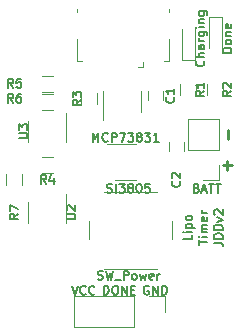
<source format=gto>
G04 #@! TF.FileFunction,Legend,Top*
%FSLAX46Y46*%
G04 Gerber Fmt 4.6, Leading zero omitted, Abs format (unit mm)*
G04 Created by KiCad (PCBNEW 4.0.7) date 04/30/18 22:22:12*
%MOMM*%
%LPD*%
G01*
G04 APERTURE LIST*
%ADD10C,0.100000*%
%ADD11C,0.250000*%
%ADD12C,0.180000*%
%ADD13C,0.120000*%
G04 APERTURE END LIST*
D10*
D11*
X33853429Y-25273048D02*
X33853429Y-26034953D01*
X34162952Y-28265429D02*
X33401047Y-28265429D01*
X33781999Y-28646381D02*
X33781999Y-27884476D01*
D12*
X30784286Y-34153000D02*
X30784286Y-34510143D01*
X30034286Y-34510143D01*
X30784286Y-33903000D02*
X30284286Y-33903000D01*
X30034286Y-33903000D02*
X30070000Y-33938714D01*
X30105714Y-33903000D01*
X30070000Y-33867285D01*
X30034286Y-33903000D01*
X30105714Y-33903000D01*
X30284286Y-33545857D02*
X31034286Y-33545857D01*
X30320000Y-33545857D02*
X30284286Y-33474428D01*
X30284286Y-33331571D01*
X30320000Y-33260142D01*
X30355714Y-33224428D01*
X30427143Y-33188714D01*
X30641429Y-33188714D01*
X30712857Y-33224428D01*
X30748571Y-33260142D01*
X30784286Y-33331571D01*
X30784286Y-33474428D01*
X30748571Y-33545857D01*
X30784286Y-32760143D02*
X30748571Y-32831571D01*
X30712857Y-32867286D01*
X30641429Y-32903000D01*
X30427143Y-32903000D01*
X30355714Y-32867286D01*
X30320000Y-32831571D01*
X30284286Y-32760143D01*
X30284286Y-32653000D01*
X30320000Y-32581571D01*
X30355714Y-32545857D01*
X30427143Y-32510143D01*
X30641429Y-32510143D01*
X30712857Y-32545857D01*
X30748571Y-32581571D01*
X30784286Y-32653000D01*
X30784286Y-32760143D01*
X31339286Y-34974428D02*
X31339286Y-34545857D01*
X32089286Y-34760143D02*
X31339286Y-34760143D01*
X32089286Y-34295857D02*
X31589286Y-34295857D01*
X31339286Y-34295857D02*
X31375000Y-34331571D01*
X31410714Y-34295857D01*
X31375000Y-34260142D01*
X31339286Y-34295857D01*
X31410714Y-34295857D01*
X32089286Y-33938714D02*
X31589286Y-33938714D01*
X31660714Y-33938714D02*
X31625000Y-33902999D01*
X31589286Y-33831571D01*
X31589286Y-33724428D01*
X31625000Y-33652999D01*
X31696429Y-33617285D01*
X32089286Y-33617285D01*
X31696429Y-33617285D02*
X31625000Y-33581571D01*
X31589286Y-33510142D01*
X31589286Y-33402999D01*
X31625000Y-33331571D01*
X31696429Y-33295856D01*
X32089286Y-33295856D01*
X32053571Y-32652999D02*
X32089286Y-32724428D01*
X32089286Y-32867285D01*
X32053571Y-32938714D01*
X31982143Y-32974428D01*
X31696429Y-32974428D01*
X31625000Y-32938714D01*
X31589286Y-32867285D01*
X31589286Y-32724428D01*
X31625000Y-32652999D01*
X31696429Y-32617285D01*
X31767857Y-32617285D01*
X31839286Y-32974428D01*
X32089286Y-32295857D02*
X31589286Y-32295857D01*
X31732143Y-32295857D02*
X31660714Y-32260142D01*
X31625000Y-32224428D01*
X31589286Y-32152999D01*
X31589286Y-32081571D01*
X32644286Y-34813715D02*
X33180000Y-34813715D01*
X33287143Y-34849429D01*
X33358571Y-34920858D01*
X33394286Y-35028001D01*
X33394286Y-35099429D01*
X33394286Y-34456572D02*
X32644286Y-34456572D01*
X32644286Y-34278000D01*
X32680000Y-34170857D01*
X32751429Y-34099429D01*
X32822857Y-34063714D01*
X32965714Y-34028000D01*
X33072857Y-34028000D01*
X33215714Y-34063714D01*
X33287143Y-34099429D01*
X33358571Y-34170857D01*
X33394286Y-34278000D01*
X33394286Y-34456572D01*
X33394286Y-33706572D02*
X32644286Y-33706572D01*
X32644286Y-33528000D01*
X32680000Y-33420857D01*
X32751429Y-33349429D01*
X32822857Y-33313714D01*
X32965714Y-33278000D01*
X33072857Y-33278000D01*
X33215714Y-33313714D01*
X33287143Y-33349429D01*
X33358571Y-33420857D01*
X33394286Y-33528000D01*
X33394286Y-33706572D01*
X32894286Y-33028000D02*
X33394286Y-32849429D01*
X32894286Y-32670857D01*
X32715714Y-32420857D02*
X32680000Y-32385143D01*
X32644286Y-32313714D01*
X32644286Y-32135143D01*
X32680000Y-32063714D01*
X32715714Y-32028000D01*
X32787143Y-31992285D01*
X32858571Y-31992285D01*
X32965714Y-32028000D01*
X33394286Y-32456571D01*
X33394286Y-31992285D01*
X27114572Y-38487000D02*
X27043143Y-38451286D01*
X26936000Y-38451286D01*
X26828857Y-38487000D01*
X26757429Y-38558429D01*
X26721714Y-38629857D01*
X26686000Y-38772714D01*
X26686000Y-38879857D01*
X26721714Y-39022714D01*
X26757429Y-39094143D01*
X26828857Y-39165571D01*
X26936000Y-39201286D01*
X27007429Y-39201286D01*
X27114572Y-39165571D01*
X27150286Y-39129857D01*
X27150286Y-38879857D01*
X27007429Y-38879857D01*
X27471714Y-39201286D02*
X27471714Y-38451286D01*
X27900286Y-39201286D01*
X27900286Y-38451286D01*
X28257428Y-39201286D02*
X28257428Y-38451286D01*
X28436000Y-38451286D01*
X28543143Y-38487000D01*
X28614571Y-38558429D01*
X28650286Y-38629857D01*
X28686000Y-38772714D01*
X28686000Y-38879857D01*
X28650286Y-39022714D01*
X28614571Y-39094143D01*
X28543143Y-39165571D01*
X28436000Y-39201286D01*
X28257428Y-39201286D01*
X23316572Y-39201286D02*
X23316572Y-38451286D01*
X23495144Y-38451286D01*
X23602287Y-38487000D01*
X23673715Y-38558429D01*
X23709430Y-38629857D01*
X23745144Y-38772714D01*
X23745144Y-38879857D01*
X23709430Y-39022714D01*
X23673715Y-39094143D01*
X23602287Y-39165571D01*
X23495144Y-39201286D01*
X23316572Y-39201286D01*
X24209430Y-38451286D02*
X24352287Y-38451286D01*
X24423715Y-38487000D01*
X24495144Y-38558429D01*
X24530858Y-38701286D01*
X24530858Y-38951286D01*
X24495144Y-39094143D01*
X24423715Y-39165571D01*
X24352287Y-39201286D01*
X24209430Y-39201286D01*
X24138001Y-39165571D01*
X24066572Y-39094143D01*
X24030858Y-38951286D01*
X24030858Y-38701286D01*
X24066572Y-38558429D01*
X24138001Y-38487000D01*
X24209430Y-38451286D01*
X24852286Y-39201286D02*
X24852286Y-38451286D01*
X25280858Y-39201286D01*
X25280858Y-38451286D01*
X25638000Y-38808429D02*
X25888000Y-38808429D01*
X25995143Y-39201286D02*
X25638000Y-39201286D01*
X25638000Y-38451286D01*
X25995143Y-38451286D01*
X20590001Y-38451286D02*
X20840001Y-39201286D01*
X21090001Y-38451286D01*
X21768572Y-39129857D02*
X21732858Y-39165571D01*
X21625715Y-39201286D01*
X21554286Y-39201286D01*
X21447143Y-39165571D01*
X21375715Y-39094143D01*
X21340000Y-39022714D01*
X21304286Y-38879857D01*
X21304286Y-38772714D01*
X21340000Y-38629857D01*
X21375715Y-38558429D01*
X21447143Y-38487000D01*
X21554286Y-38451286D01*
X21625715Y-38451286D01*
X21732858Y-38487000D01*
X21768572Y-38522714D01*
X22518572Y-39129857D02*
X22482858Y-39165571D01*
X22375715Y-39201286D01*
X22304286Y-39201286D01*
X22197143Y-39165571D01*
X22125715Y-39094143D01*
X22090000Y-39022714D01*
X22054286Y-38879857D01*
X22054286Y-38772714D01*
X22090000Y-38629857D01*
X22125715Y-38558429D01*
X22197143Y-38487000D01*
X22304286Y-38451286D01*
X22375715Y-38451286D01*
X22482858Y-38487000D01*
X22518572Y-38522714D01*
D13*
X27086000Y-22702000D02*
X27086000Y-22002000D01*
X28286000Y-22002000D02*
X28286000Y-22702000D01*
X28864000Y-27020000D02*
X28864000Y-26320000D01*
X30064000Y-26320000D02*
X30064000Y-27020000D01*
X29930000Y-19326000D02*
X31030000Y-19326000D01*
X31030000Y-19326000D02*
X31030000Y-16726000D01*
X29930000Y-19326000D02*
X29930000Y-16726000D01*
X33316000Y-15726000D02*
X32216000Y-15726000D01*
X32216000Y-15726000D02*
X32216000Y-18326000D01*
X33316000Y-15726000D02*
X33316000Y-18326000D01*
X26502000Y-23760000D02*
X26502000Y-21960000D01*
X23282000Y-21960000D02*
X23282000Y-24410000D01*
X28856000Y-19414000D02*
X28406000Y-19414000D01*
X28856000Y-17564000D02*
X28856000Y-19414000D01*
X21056000Y-15014000D02*
X21056000Y-15264000D01*
X28856000Y-15014000D02*
X28856000Y-15264000D01*
X21056000Y-17564000D02*
X21056000Y-19414000D01*
X21056000Y-19414000D02*
X21506000Y-19414000D01*
X26656000Y-19964000D02*
X26206000Y-19964000D01*
X26656000Y-19964000D02*
X26656000Y-19514000D01*
X31160000Y-21344000D02*
X31160000Y-22344000D01*
X29800000Y-22344000D02*
X29800000Y-21344000D01*
X33446000Y-21344000D02*
X33446000Y-22344000D01*
X32086000Y-22344000D02*
X32086000Y-21344000D01*
X22778000Y-22106000D02*
X22778000Y-23106000D01*
X21418000Y-23106000D02*
X21418000Y-22106000D01*
X19042000Y-28874000D02*
X18042000Y-28874000D01*
X18042000Y-27514000D02*
X19042000Y-27514000D01*
X18042000Y-20656000D02*
X19042000Y-20656000D01*
X19042000Y-22016000D02*
X18042000Y-22016000D01*
X18042000Y-22180000D02*
X19042000Y-22180000D01*
X19042000Y-23540000D02*
X18042000Y-23540000D01*
X16428000Y-28964000D02*
X16428000Y-29964000D01*
X15068000Y-29964000D02*
X15068000Y-28964000D01*
X24266000Y-29500000D02*
X26026000Y-29500000D01*
X26026000Y-26430000D02*
X23596000Y-26430000D01*
X16932000Y-31358000D02*
X16932000Y-33158000D01*
X20152000Y-33158000D02*
X20152000Y-30708000D01*
X20768000Y-39310000D02*
X20768000Y-41970000D01*
X25908000Y-39310000D02*
X20768000Y-39310000D01*
X25908000Y-41970000D02*
X20768000Y-41970000D01*
X25908000Y-39310000D02*
X25908000Y-41970000D01*
X27178000Y-39310000D02*
X28508000Y-39310000D01*
X28508000Y-39310000D02*
X28508000Y-40640000D01*
X23352000Y-36996000D02*
X27852000Y-36996000D01*
X22102000Y-32996000D02*
X22102000Y-34496000D01*
X27852000Y-30496000D02*
X23352000Y-30496000D01*
X29102000Y-34496000D02*
X29102000Y-32996000D01*
X16932000Y-24500000D02*
X16932000Y-26300000D01*
X20152000Y-26300000D02*
X20152000Y-23850000D01*
X33080000Y-24324000D02*
X30420000Y-24324000D01*
X33080000Y-26924000D02*
X33080000Y-24324000D01*
X30420000Y-26924000D02*
X30420000Y-24324000D01*
X33080000Y-26924000D02*
X30420000Y-26924000D01*
X33080000Y-28194000D02*
X33080000Y-29524000D01*
X33080000Y-29524000D02*
X31750000Y-29524000D01*
D12*
X29223857Y-22477000D02*
X29259571Y-22512714D01*
X29295286Y-22619857D01*
X29295286Y-22691286D01*
X29259571Y-22798429D01*
X29188143Y-22869857D01*
X29116714Y-22905572D01*
X28973857Y-22941286D01*
X28866714Y-22941286D01*
X28723857Y-22905572D01*
X28652429Y-22869857D01*
X28581000Y-22798429D01*
X28545286Y-22691286D01*
X28545286Y-22619857D01*
X28581000Y-22512714D01*
X28616714Y-22477000D01*
X29295286Y-21762714D02*
X29295286Y-22191286D01*
X29295286Y-21977000D02*
X28545286Y-21977000D01*
X28652429Y-22048429D01*
X28723857Y-22119857D01*
X28759571Y-22191286D01*
X29731857Y-29589000D02*
X29767571Y-29624714D01*
X29803286Y-29731857D01*
X29803286Y-29803286D01*
X29767571Y-29910429D01*
X29696143Y-29981857D01*
X29624714Y-30017572D01*
X29481857Y-30053286D01*
X29374714Y-30053286D01*
X29231857Y-30017572D01*
X29160429Y-29981857D01*
X29089000Y-29910429D01*
X29053286Y-29803286D01*
X29053286Y-29731857D01*
X29089000Y-29624714D01*
X29124714Y-29589000D01*
X29124714Y-29303286D02*
X29089000Y-29267572D01*
X29053286Y-29196143D01*
X29053286Y-29017572D01*
X29089000Y-28946143D01*
X29124714Y-28910429D01*
X29196143Y-28874714D01*
X29267571Y-28874714D01*
X29374714Y-28910429D01*
X29803286Y-29339000D01*
X29803286Y-28874714D01*
X31763857Y-19400999D02*
X31799571Y-19436713D01*
X31835286Y-19543856D01*
X31835286Y-19615285D01*
X31799571Y-19722428D01*
X31728143Y-19793856D01*
X31656714Y-19829571D01*
X31513857Y-19865285D01*
X31406714Y-19865285D01*
X31263857Y-19829571D01*
X31192429Y-19793856D01*
X31121000Y-19722428D01*
X31085286Y-19615285D01*
X31085286Y-19543856D01*
X31121000Y-19436713D01*
X31156714Y-19400999D01*
X31835286Y-19079571D02*
X31085286Y-19079571D01*
X31835286Y-18758142D02*
X31442429Y-18758142D01*
X31371000Y-18793856D01*
X31335286Y-18865285D01*
X31335286Y-18972428D01*
X31371000Y-19043856D01*
X31406714Y-19079571D01*
X31835286Y-18079571D02*
X31442429Y-18079571D01*
X31371000Y-18115285D01*
X31335286Y-18186714D01*
X31335286Y-18329571D01*
X31371000Y-18401000D01*
X31799571Y-18079571D02*
X31835286Y-18151000D01*
X31835286Y-18329571D01*
X31799571Y-18401000D01*
X31728143Y-18436714D01*
X31656714Y-18436714D01*
X31585286Y-18401000D01*
X31549571Y-18329571D01*
X31549571Y-18151000D01*
X31513857Y-18079571D01*
X31835286Y-17722429D02*
X31335286Y-17722429D01*
X31478143Y-17722429D02*
X31406714Y-17686714D01*
X31371000Y-17651000D01*
X31335286Y-17579571D01*
X31335286Y-17508143D01*
X31335286Y-16936714D02*
X31942429Y-16936714D01*
X32013857Y-16972428D01*
X32049571Y-17008143D01*
X32085286Y-17079571D01*
X32085286Y-17186714D01*
X32049571Y-17258143D01*
X31799571Y-16936714D02*
X31835286Y-17008143D01*
X31835286Y-17151000D01*
X31799571Y-17222428D01*
X31763857Y-17258143D01*
X31692429Y-17293857D01*
X31478143Y-17293857D01*
X31406714Y-17258143D01*
X31371000Y-17222428D01*
X31335286Y-17151000D01*
X31335286Y-17008143D01*
X31371000Y-16936714D01*
X31835286Y-16579572D02*
X31335286Y-16579572D01*
X31085286Y-16579572D02*
X31121000Y-16615286D01*
X31156714Y-16579572D01*
X31121000Y-16543857D01*
X31085286Y-16579572D01*
X31156714Y-16579572D01*
X31335286Y-16222429D02*
X31835286Y-16222429D01*
X31406714Y-16222429D02*
X31371000Y-16186714D01*
X31335286Y-16115286D01*
X31335286Y-16008143D01*
X31371000Y-15936714D01*
X31442429Y-15901000D01*
X31835286Y-15901000D01*
X31335286Y-15222429D02*
X31942429Y-15222429D01*
X32013857Y-15258143D01*
X32049571Y-15293858D01*
X32085286Y-15365286D01*
X32085286Y-15472429D01*
X32049571Y-15543858D01*
X31799571Y-15222429D02*
X31835286Y-15293858D01*
X31835286Y-15436715D01*
X31799571Y-15508143D01*
X31763857Y-15543858D01*
X31692429Y-15579572D01*
X31478143Y-15579572D01*
X31406714Y-15543858D01*
X31371000Y-15508143D01*
X31335286Y-15436715D01*
X31335286Y-15293858D01*
X31371000Y-15222429D01*
X34121286Y-18722428D02*
X33371286Y-18722428D01*
X33371286Y-18543856D01*
X33407000Y-18436713D01*
X33478429Y-18365285D01*
X33549857Y-18329570D01*
X33692714Y-18293856D01*
X33799857Y-18293856D01*
X33942714Y-18329570D01*
X34014143Y-18365285D01*
X34085571Y-18436713D01*
X34121286Y-18543856D01*
X34121286Y-18722428D01*
X34121286Y-17865285D02*
X34085571Y-17936713D01*
X34049857Y-17972428D01*
X33978429Y-18008142D01*
X33764143Y-18008142D01*
X33692714Y-17972428D01*
X33657000Y-17936713D01*
X33621286Y-17865285D01*
X33621286Y-17758142D01*
X33657000Y-17686713D01*
X33692714Y-17650999D01*
X33764143Y-17615285D01*
X33978429Y-17615285D01*
X34049857Y-17650999D01*
X34085571Y-17686713D01*
X34121286Y-17758142D01*
X34121286Y-17865285D01*
X33621286Y-17293857D02*
X34121286Y-17293857D01*
X33692714Y-17293857D02*
X33657000Y-17258142D01*
X33621286Y-17186714D01*
X33621286Y-17079571D01*
X33657000Y-17008142D01*
X33728429Y-16972428D01*
X34121286Y-16972428D01*
X34085571Y-16329571D02*
X34121286Y-16401000D01*
X34121286Y-16543857D01*
X34085571Y-16615286D01*
X34014143Y-16651000D01*
X33728429Y-16651000D01*
X33657000Y-16615286D01*
X33621286Y-16543857D01*
X33621286Y-16401000D01*
X33657000Y-16329571D01*
X33728429Y-16293857D01*
X33799857Y-16293857D01*
X33871286Y-16651000D01*
X22360285Y-26247286D02*
X22360285Y-25497286D01*
X22610285Y-26033000D01*
X22860285Y-25497286D01*
X22860285Y-26247286D01*
X23646000Y-26175857D02*
X23610286Y-26211571D01*
X23503143Y-26247286D01*
X23431714Y-26247286D01*
X23324571Y-26211571D01*
X23253143Y-26140143D01*
X23217428Y-26068714D01*
X23181714Y-25925857D01*
X23181714Y-25818714D01*
X23217428Y-25675857D01*
X23253143Y-25604429D01*
X23324571Y-25533000D01*
X23431714Y-25497286D01*
X23503143Y-25497286D01*
X23610286Y-25533000D01*
X23646000Y-25568714D01*
X23967428Y-26247286D02*
X23967428Y-25497286D01*
X24253143Y-25497286D01*
X24324571Y-25533000D01*
X24360286Y-25568714D01*
X24396000Y-25640143D01*
X24396000Y-25747286D01*
X24360286Y-25818714D01*
X24324571Y-25854429D01*
X24253143Y-25890143D01*
X23967428Y-25890143D01*
X24646000Y-25497286D02*
X25146000Y-25497286D01*
X24824571Y-26247286D01*
X25360286Y-25497286D02*
X25824572Y-25497286D01*
X25574572Y-25783000D01*
X25681714Y-25783000D01*
X25753143Y-25818714D01*
X25788857Y-25854429D01*
X25824572Y-25925857D01*
X25824572Y-26104429D01*
X25788857Y-26175857D01*
X25753143Y-26211571D01*
X25681714Y-26247286D01*
X25467429Y-26247286D01*
X25396000Y-26211571D01*
X25360286Y-26175857D01*
X26253143Y-25818714D02*
X26181715Y-25783000D01*
X26146000Y-25747286D01*
X26110286Y-25675857D01*
X26110286Y-25640143D01*
X26146000Y-25568714D01*
X26181715Y-25533000D01*
X26253143Y-25497286D01*
X26396000Y-25497286D01*
X26467429Y-25533000D01*
X26503143Y-25568714D01*
X26538858Y-25640143D01*
X26538858Y-25675857D01*
X26503143Y-25747286D01*
X26467429Y-25783000D01*
X26396000Y-25818714D01*
X26253143Y-25818714D01*
X26181715Y-25854429D01*
X26146000Y-25890143D01*
X26110286Y-25961571D01*
X26110286Y-26104429D01*
X26146000Y-26175857D01*
X26181715Y-26211571D01*
X26253143Y-26247286D01*
X26396000Y-26247286D01*
X26467429Y-26211571D01*
X26503143Y-26175857D01*
X26538858Y-26104429D01*
X26538858Y-25961571D01*
X26503143Y-25890143D01*
X26467429Y-25854429D01*
X26396000Y-25818714D01*
X26788858Y-25497286D02*
X27253144Y-25497286D01*
X27003144Y-25783000D01*
X27110286Y-25783000D01*
X27181715Y-25818714D01*
X27217429Y-25854429D01*
X27253144Y-25925857D01*
X27253144Y-26104429D01*
X27217429Y-26175857D01*
X27181715Y-26211571D01*
X27110286Y-26247286D01*
X26896001Y-26247286D01*
X26824572Y-26211571D01*
X26788858Y-26175857D01*
X27967430Y-26247286D02*
X27538858Y-26247286D01*
X27753144Y-26247286D02*
X27753144Y-25497286D01*
X27681715Y-25604429D01*
X27610287Y-25675857D01*
X27538858Y-25711571D01*
X31835286Y-21969000D02*
X31478143Y-22219000D01*
X31835286Y-22397572D02*
X31085286Y-22397572D01*
X31085286Y-22111857D01*
X31121000Y-22040429D01*
X31156714Y-22004714D01*
X31228143Y-21969000D01*
X31335286Y-21969000D01*
X31406714Y-22004714D01*
X31442429Y-22040429D01*
X31478143Y-22111857D01*
X31478143Y-22397572D01*
X31835286Y-21254714D02*
X31835286Y-21683286D01*
X31835286Y-21469000D02*
X31085286Y-21469000D01*
X31192429Y-21540429D01*
X31263857Y-21611857D01*
X31299571Y-21683286D01*
X34121286Y-21969000D02*
X33764143Y-22219000D01*
X34121286Y-22397572D02*
X33371286Y-22397572D01*
X33371286Y-22111857D01*
X33407000Y-22040429D01*
X33442714Y-22004714D01*
X33514143Y-21969000D01*
X33621286Y-21969000D01*
X33692714Y-22004714D01*
X33728429Y-22040429D01*
X33764143Y-22111857D01*
X33764143Y-22397572D01*
X33442714Y-21683286D02*
X33407000Y-21647572D01*
X33371286Y-21576143D01*
X33371286Y-21397572D01*
X33407000Y-21326143D01*
X33442714Y-21290429D01*
X33514143Y-21254714D01*
X33585571Y-21254714D01*
X33692714Y-21290429D01*
X34121286Y-21719000D01*
X34121286Y-21254714D01*
X21421286Y-22731000D02*
X21064143Y-22981000D01*
X21421286Y-23159572D02*
X20671286Y-23159572D01*
X20671286Y-22873857D01*
X20707000Y-22802429D01*
X20742714Y-22766714D01*
X20814143Y-22731000D01*
X20921286Y-22731000D01*
X20992714Y-22766714D01*
X21028429Y-22802429D01*
X21064143Y-22873857D01*
X21064143Y-23159572D01*
X20671286Y-22481000D02*
X20671286Y-22016714D01*
X20957000Y-22266714D01*
X20957000Y-22159572D01*
X20992714Y-22088143D01*
X21028429Y-22052429D01*
X21099857Y-22016714D01*
X21278429Y-22016714D01*
X21349857Y-22052429D01*
X21385571Y-22088143D01*
X21421286Y-22159572D01*
X21421286Y-22373857D01*
X21385571Y-22445286D01*
X21349857Y-22481000D01*
X18417000Y-29803286D02*
X18167000Y-29446143D01*
X17988428Y-29803286D02*
X17988428Y-29053286D01*
X18274143Y-29053286D01*
X18345571Y-29089000D01*
X18381286Y-29124714D01*
X18417000Y-29196143D01*
X18417000Y-29303286D01*
X18381286Y-29374714D01*
X18345571Y-29410429D01*
X18274143Y-29446143D01*
X17988428Y-29446143D01*
X19059857Y-29303286D02*
X19059857Y-29803286D01*
X18881286Y-29017571D02*
X18702714Y-29553286D01*
X19167000Y-29553286D01*
X15623000Y-21675286D02*
X15373000Y-21318143D01*
X15194428Y-21675286D02*
X15194428Y-20925286D01*
X15480143Y-20925286D01*
X15551571Y-20961000D01*
X15587286Y-20996714D01*
X15623000Y-21068143D01*
X15623000Y-21175286D01*
X15587286Y-21246714D01*
X15551571Y-21282429D01*
X15480143Y-21318143D01*
X15194428Y-21318143D01*
X16301571Y-20925286D02*
X15944428Y-20925286D01*
X15908714Y-21282429D01*
X15944428Y-21246714D01*
X16015857Y-21211000D01*
X16194428Y-21211000D01*
X16265857Y-21246714D01*
X16301571Y-21282429D01*
X16337286Y-21353857D01*
X16337286Y-21532429D01*
X16301571Y-21603857D01*
X16265857Y-21639571D01*
X16194428Y-21675286D01*
X16015857Y-21675286D01*
X15944428Y-21639571D01*
X15908714Y-21603857D01*
X15623000Y-22945286D02*
X15373000Y-22588143D01*
X15194428Y-22945286D02*
X15194428Y-22195286D01*
X15480143Y-22195286D01*
X15551571Y-22231000D01*
X15587286Y-22266714D01*
X15623000Y-22338143D01*
X15623000Y-22445286D01*
X15587286Y-22516714D01*
X15551571Y-22552429D01*
X15480143Y-22588143D01*
X15194428Y-22588143D01*
X16265857Y-22195286D02*
X16123000Y-22195286D01*
X16051571Y-22231000D01*
X16015857Y-22266714D01*
X15944428Y-22373857D01*
X15908714Y-22516714D01*
X15908714Y-22802429D01*
X15944428Y-22873857D01*
X15980143Y-22909571D01*
X16051571Y-22945286D01*
X16194428Y-22945286D01*
X16265857Y-22909571D01*
X16301571Y-22873857D01*
X16337286Y-22802429D01*
X16337286Y-22623857D01*
X16301571Y-22552429D01*
X16265857Y-22516714D01*
X16194428Y-22481000D01*
X16051571Y-22481000D01*
X15980143Y-22516714D01*
X15944428Y-22552429D01*
X15908714Y-22623857D01*
X16087286Y-32383000D02*
X15730143Y-32633000D01*
X16087286Y-32811572D02*
X15337286Y-32811572D01*
X15337286Y-32525857D01*
X15373000Y-32454429D01*
X15408714Y-32418714D01*
X15480143Y-32383000D01*
X15587286Y-32383000D01*
X15658714Y-32418714D01*
X15694429Y-32454429D01*
X15730143Y-32525857D01*
X15730143Y-32811572D01*
X15337286Y-32133000D02*
X15337286Y-31633000D01*
X16087286Y-31954429D01*
X23578571Y-30529571D02*
X23685714Y-30565286D01*
X23864285Y-30565286D01*
X23935714Y-30529571D01*
X23971428Y-30493857D01*
X24007143Y-30422429D01*
X24007143Y-30351000D01*
X23971428Y-30279571D01*
X23935714Y-30243857D01*
X23864285Y-30208143D01*
X23721428Y-30172429D01*
X23650000Y-30136714D01*
X23614285Y-30101000D01*
X23578571Y-30029571D01*
X23578571Y-29958143D01*
X23614285Y-29886714D01*
X23650000Y-29851000D01*
X23721428Y-29815286D01*
X23900000Y-29815286D01*
X24007143Y-29851000D01*
X24328571Y-30565286D02*
X24328571Y-29815286D01*
X24614286Y-29815286D02*
X25078572Y-29815286D01*
X24828572Y-30101000D01*
X24935714Y-30101000D01*
X25007143Y-30136714D01*
X25042857Y-30172429D01*
X25078572Y-30243857D01*
X25078572Y-30422429D01*
X25042857Y-30493857D01*
X25007143Y-30529571D01*
X24935714Y-30565286D01*
X24721429Y-30565286D01*
X24650000Y-30529571D01*
X24614286Y-30493857D01*
X25507143Y-30136714D02*
X25435715Y-30101000D01*
X25400000Y-30065286D01*
X25364286Y-29993857D01*
X25364286Y-29958143D01*
X25400000Y-29886714D01*
X25435715Y-29851000D01*
X25507143Y-29815286D01*
X25650000Y-29815286D01*
X25721429Y-29851000D01*
X25757143Y-29886714D01*
X25792858Y-29958143D01*
X25792858Y-29993857D01*
X25757143Y-30065286D01*
X25721429Y-30101000D01*
X25650000Y-30136714D01*
X25507143Y-30136714D01*
X25435715Y-30172429D01*
X25400000Y-30208143D01*
X25364286Y-30279571D01*
X25364286Y-30422429D01*
X25400000Y-30493857D01*
X25435715Y-30529571D01*
X25507143Y-30565286D01*
X25650000Y-30565286D01*
X25721429Y-30529571D01*
X25757143Y-30493857D01*
X25792858Y-30422429D01*
X25792858Y-30279571D01*
X25757143Y-30208143D01*
X25721429Y-30172429D01*
X25650000Y-30136714D01*
X26257144Y-29815286D02*
X26328572Y-29815286D01*
X26400001Y-29851000D01*
X26435715Y-29886714D01*
X26471429Y-29958143D01*
X26507144Y-30101000D01*
X26507144Y-30279571D01*
X26471429Y-30422429D01*
X26435715Y-30493857D01*
X26400001Y-30529571D01*
X26328572Y-30565286D01*
X26257144Y-30565286D01*
X26185715Y-30529571D01*
X26150001Y-30493857D01*
X26114286Y-30422429D01*
X26078572Y-30279571D01*
X26078572Y-30101000D01*
X26114286Y-29958143D01*
X26150001Y-29886714D01*
X26185715Y-29851000D01*
X26257144Y-29815286D01*
X27185715Y-29815286D02*
X26828572Y-29815286D01*
X26792858Y-30172429D01*
X26828572Y-30136714D01*
X26900001Y-30101000D01*
X27078572Y-30101000D01*
X27150001Y-30136714D01*
X27185715Y-30172429D01*
X27221430Y-30243857D01*
X27221430Y-30422429D01*
X27185715Y-30493857D01*
X27150001Y-30529571D01*
X27078572Y-30565286D01*
X26900001Y-30565286D01*
X26828572Y-30529571D01*
X26792858Y-30493857D01*
X20163286Y-32829429D02*
X20770429Y-32829429D01*
X20841857Y-32793714D01*
X20877571Y-32758000D01*
X20913286Y-32686571D01*
X20913286Y-32543714D01*
X20877571Y-32472286D01*
X20841857Y-32436571D01*
X20770429Y-32400857D01*
X20163286Y-32400857D01*
X20234714Y-32079429D02*
X20199000Y-32043715D01*
X20163286Y-31972286D01*
X20163286Y-31793715D01*
X20199000Y-31722286D01*
X20234714Y-31686572D01*
X20306143Y-31650857D01*
X20377571Y-31650857D01*
X20484714Y-31686572D01*
X20913286Y-32115143D01*
X20913286Y-31650857D01*
X22810714Y-37895571D02*
X22917857Y-37931286D01*
X23096428Y-37931286D01*
X23167857Y-37895571D01*
X23203571Y-37859857D01*
X23239286Y-37788429D01*
X23239286Y-37717000D01*
X23203571Y-37645571D01*
X23167857Y-37609857D01*
X23096428Y-37574143D01*
X22953571Y-37538429D01*
X22882143Y-37502714D01*
X22846428Y-37467000D01*
X22810714Y-37395571D01*
X22810714Y-37324143D01*
X22846428Y-37252714D01*
X22882143Y-37217000D01*
X22953571Y-37181286D01*
X23132143Y-37181286D01*
X23239286Y-37217000D01*
X23489286Y-37181286D02*
X23667857Y-37931286D01*
X23810714Y-37395571D01*
X23953572Y-37931286D01*
X24132143Y-37181286D01*
X24239286Y-38002714D02*
X24810715Y-38002714D01*
X24989286Y-37931286D02*
X24989286Y-37181286D01*
X25275001Y-37181286D01*
X25346429Y-37217000D01*
X25382144Y-37252714D01*
X25417858Y-37324143D01*
X25417858Y-37431286D01*
X25382144Y-37502714D01*
X25346429Y-37538429D01*
X25275001Y-37574143D01*
X24989286Y-37574143D01*
X25846429Y-37931286D02*
X25775001Y-37895571D01*
X25739286Y-37859857D01*
X25703572Y-37788429D01*
X25703572Y-37574143D01*
X25739286Y-37502714D01*
X25775001Y-37467000D01*
X25846429Y-37431286D01*
X25953572Y-37431286D01*
X26025001Y-37467000D01*
X26060715Y-37502714D01*
X26096429Y-37574143D01*
X26096429Y-37788429D01*
X26060715Y-37859857D01*
X26025001Y-37895571D01*
X25953572Y-37931286D01*
X25846429Y-37931286D01*
X26346429Y-37431286D02*
X26489286Y-37931286D01*
X26632143Y-37574143D01*
X26775000Y-37931286D01*
X26917857Y-37431286D01*
X27489286Y-37895571D02*
X27417857Y-37931286D01*
X27275000Y-37931286D01*
X27203571Y-37895571D01*
X27167857Y-37824143D01*
X27167857Y-37538429D01*
X27203571Y-37467000D01*
X27275000Y-37431286D01*
X27417857Y-37431286D01*
X27489286Y-37467000D01*
X27525000Y-37538429D01*
X27525000Y-37609857D01*
X27167857Y-37681286D01*
X27846428Y-37931286D02*
X27846428Y-37431286D01*
X27846428Y-37574143D02*
X27882143Y-37502714D01*
X27917857Y-37467000D01*
X27989286Y-37431286D01*
X28060714Y-37431286D01*
X16099286Y-25971429D02*
X16706429Y-25971429D01*
X16777857Y-25935714D01*
X16813571Y-25900000D01*
X16849286Y-25828571D01*
X16849286Y-25685714D01*
X16813571Y-25614286D01*
X16777857Y-25578571D01*
X16706429Y-25542857D01*
X16099286Y-25542857D01*
X16099286Y-25257143D02*
X16099286Y-24792857D01*
X16385000Y-25042857D01*
X16385000Y-24935715D01*
X16420714Y-24864286D01*
X16456429Y-24828572D01*
X16527857Y-24792857D01*
X16706429Y-24792857D01*
X16777857Y-24828572D01*
X16813571Y-24864286D01*
X16849286Y-24935715D01*
X16849286Y-25150000D01*
X16813571Y-25221429D01*
X16777857Y-25257143D01*
X31164714Y-30172429D02*
X31271857Y-30208143D01*
X31307572Y-30243857D01*
X31343286Y-30315286D01*
X31343286Y-30422429D01*
X31307572Y-30493857D01*
X31271857Y-30529571D01*
X31200429Y-30565286D01*
X30914714Y-30565286D01*
X30914714Y-29815286D01*
X31164714Y-29815286D01*
X31236143Y-29851000D01*
X31271857Y-29886714D01*
X31307572Y-29958143D01*
X31307572Y-30029571D01*
X31271857Y-30101000D01*
X31236143Y-30136714D01*
X31164714Y-30172429D01*
X30914714Y-30172429D01*
X31629000Y-30351000D02*
X31986143Y-30351000D01*
X31557572Y-30565286D02*
X31807572Y-29815286D01*
X32057572Y-30565286D01*
X32200429Y-29815286D02*
X32629000Y-29815286D01*
X32414714Y-30565286D02*
X32414714Y-29815286D01*
X32771858Y-29815286D02*
X33200429Y-29815286D01*
X32986143Y-30565286D02*
X32986143Y-29815286D01*
M02*

</source>
